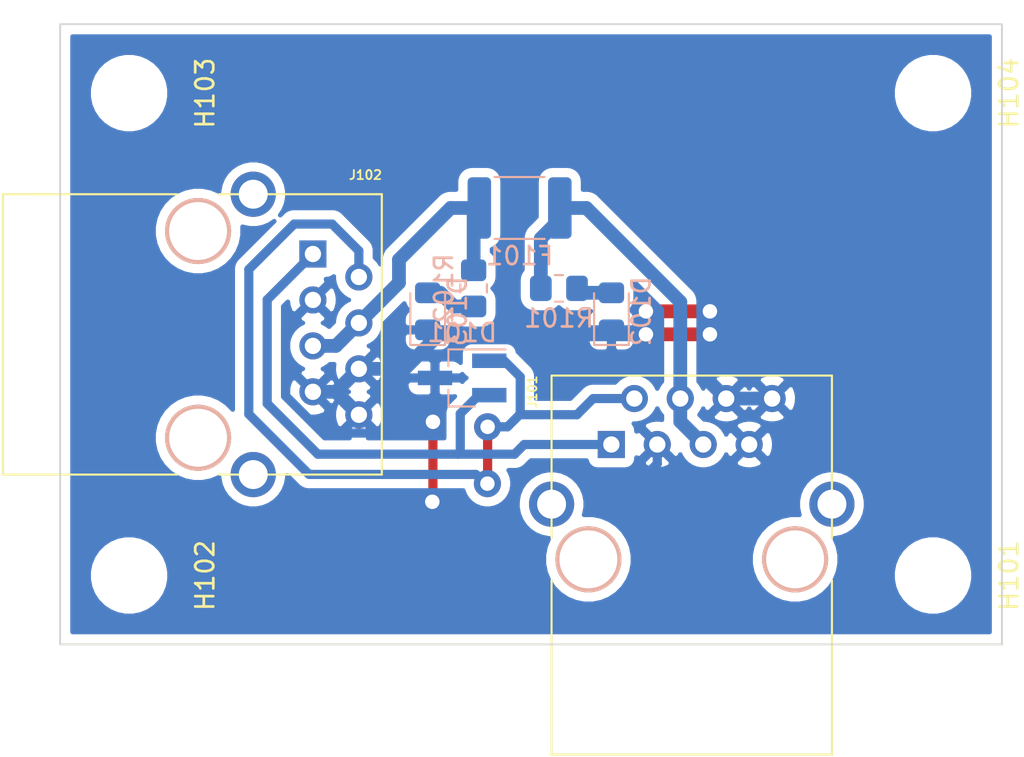
<source format=kicad_pcb>
(kicad_pcb (version 20171130) (host pcbnew 5.1.10)

  (general
    (thickness 1.6)
    (drawings 4)
    (tracks 97)
    (zones 0)
    (modules 12)
    (nets 8)
  )

  (page A4)
  (layers
    (0 F.Cu jumper)
    (31 B.Cu signal)
    (32 B.Adhes user)
    (33 F.Adhes user)
    (34 B.Paste user)
    (35 F.Paste user)
    (36 B.SilkS user)
    (37 F.SilkS user)
    (38 B.Mask user)
    (39 F.Mask user)
    (40 Dwgs.User user)
    (41 Cmts.User user)
    (42 Eco1.User user)
    (43 Eco2.User user)
    (44 Edge.Cuts user)
    (45 Margin user)
    (46 B.CrtYd user)
    (47 F.CrtYd user)
    (48 B.Fab user)
    (49 F.Fab user)
  )

  (setup
    (last_trace_width 0.508)
    (user_trace_width 0.762)
    (user_trace_width 1.016)
    (trace_clearance 0.508)
    (zone_clearance 0.508)
    (zone_45_only no)
    (trace_min 0.2)
    (via_size 1.5)
    (via_drill 0.8)
    (via_min_size 0.4)
    (via_min_drill 0.3)
    (uvia_size 0.3)
    (uvia_drill 0.1)
    (uvias_allowed no)
    (uvia_min_size 0.2)
    (uvia_min_drill 0.1)
    (edge_width 0.1)
    (segment_width 0.2)
    (pcb_text_width 0.3)
    (pcb_text_size 1.5 1.5)
    (mod_edge_width 0.15)
    (mod_text_size 1 1)
    (mod_text_width 0.15)
    (pad_size 10 16)
    (pad_drill 0)
    (pad_to_mask_clearance 0)
    (solder_mask_min_width 0.25)
    (aux_axis_origin 0 0)
    (grid_origin 107.95 36.195)
    (visible_elements 7FFFFFFF)
    (pcbplotparams
      (layerselection 0x00000_fffffffe)
      (usegerberextensions false)
      (usegerberattributes false)
      (usegerberadvancedattributes false)
      (creategerberjobfile false)
      (excludeedgelayer true)
      (linewidth 0.100000)
      (plotframeref false)
      (viasonmask false)
      (mode 1)
      (useauxorigin false)
      (hpglpennumber 1)
      (hpglpenspeed 20)
      (hpglpendiameter 15.000000)
      (psnegative false)
      (psa4output false)
      (plotreference true)
      (plotvalue true)
      (plotinvisibletext false)
      (padsonsilk false)
      (subtractmaskfromsilk true)
      (outputformat 1)
      (mirror false)
      (drillshape 0)
      (scaleselection 1)
      (outputdirectory "GERBERS"))
  )

  (net 0 "")
  (net 1 GND)
  (net 2 /CAN_L)
  (net 3 /CAN_H)
  (net 4 "Net-(D102-Pad2)")
  (net 5 "Net-(D103-Pad2)")
  (net 6 /CAN_18V)
  (net 7 /CAN_18V_U)

  (net_class Default "This is the default net class."
    (clearance 0.508)
    (trace_width 0.508)
    (via_dia 1.5)
    (via_drill 0.8)
    (uvia_dia 0.3)
    (uvia_drill 0.1)
    (diff_pair_width 0.508)
    (diff_pair_gap 0.508)
    (add_net /CAN_18V)
    (add_net /CAN_18V_U)
    (add_net /CAN_H)
    (add_net /CAN_L)
    (add_net GND)
    (add_net "Net-(D102-Pad2)")
    (add_net "Net-(D103-Pad2)")
  )

  (module KicadZeniteSolarLibrary18:RJ45_YH59_01 (layer F.Cu) (tedit 5BE61FF6) (tstamp 613A8F08)
    (at 190.5 114.935 270)
    (tags RJ45)
    (path /613BED95)
    (fp_text reference J102 (at -4.364296 -2.909696 180) (layer F.SilkS)
      (effects (font (size 0.5 0.5) (thickness 0.1)))
    )
    (fp_text value RJ45 (at -4.295 8.786 90) (layer F.Fab)
      (effects (font (size 0.5 0.5) (thickness 0.1)))
    )
    (fp_line (start 12.464 17.272) (end -3.556 17.272) (layer F.CrtYd) (width 0.05))
    (fp_line (start 12.465 17.272) (end 12.465 -4.064) (layer F.CrtYd) (width 0.05))
    (fp_line (start -3.555 -4.064) (end -3.556 17.272) (layer F.CrtYd) (width 0.05))
    (fp_line (start -3.555 -4.064) (end 12.465 -4.064) (layer F.CrtYd) (width 0.05))
    (fp_line (start -3.3 7.506) (end -3.302 17.145) (layer F.SilkS) (width 0.12))
    (fp_line (start 12.2 7.516) (end 12.2 17.145) (layer F.SilkS) (width 0.12))
    (fp_line (start -3.3 -3.814) (end -3.3 5.186) (layer F.SilkS) (width 0.12))
    (fp_line (start 12.2 -3.814) (end -3.3 -3.814) (layer F.SilkS) (width 0.12))
    (fp_line (start 12.2 -3.814) (end 12.2 5.176) (layer F.SilkS) (width 0.12))
    (fp_line (start -3.3 17.136) (end 12.2 17.136) (layer F.SilkS) (width 0.12))
    (pad "" np_thru_hole circle (at 10.165 6.346 270) (size 3.65 3.65) (drill 3.2) (layers *.Cu *.SilkS *.Mask))
    (pad "" np_thru_hole circle (at -1.265 6.346 270) (size 3.65 3.65) (drill 3.2) (layers *.Cu *.SilkS *.Mask))
    (pad 1 thru_hole rect (at 0.005 -0.004 270) (size 1.5 1.5) (drill 0.9) (layers *.Cu *.Mask)
      (net 3 /CAN_H))
    (pad 2 thru_hole circle (at 1.275 -2.544 270) (size 1.5 1.5) (drill 0.9) (layers *.Cu *.Mask)
      (net 2 /CAN_L))
    (pad 3 thru_hole circle (at 2.545 -0.004 270) (size 1.5 1.5) (drill 0.9) (layers *.Cu *.Mask)
      (net 1 GND))
    (pad 4 thru_hole circle (at 3.815 -2.544 270) (size 1.5 1.5) (drill 0.9) (layers *.Cu *.Mask)
      (net 7 /CAN_18V_U))
    (pad 5 thru_hole circle (at 5.085 -0.004 270) (size 1.5 1.5) (drill 0.9) (layers *.Cu *.Mask)
      (net 7 /CAN_18V_U))
    (pad 6 thru_hole circle (at 6.355 -2.544 270) (size 1.5 1.5) (drill 0.9) (layers *.Cu *.Mask)
      (net 1 GND))
    (pad 7 thru_hole circle (at 7.625 -0.004 270) (size 1.5 1.5) (drill 0.9) (layers *.Cu *.Mask)
      (net 1 GND))
    (pad 8 thru_hole circle (at 8.895 -2.544 270) (size 1.5 1.5) (drill 0.9) (layers *.Cu *.Mask)
      (net 1 GND))
    (pad 9 thru_hole circle (at -3.3 3.296 270) (size 2.5 2.5) (drill 1.6) (layers *.Cu *.Mask))
    (pad 9 thru_hole circle (at 12.2 3.296 270) (size 2.5 2.5) (drill 1.6) (layers *.Cu *.Mask))
    (model ${KIPRJMOD}/rj45.wrl
      (offset (xyz 4.444999933242798 -6.527799901962281 6.47699990272522))
      (scale (xyz 1 1 1))
      (rotate (xyz 0 0 0))
    )
  )

  (module Resistor_SMD:R_0805_2012Metric_Pad1.20x1.40mm_HandSolder (layer B.Cu) (tedit 5F68FEEE) (tstamp 613A8F2A)
    (at 199.39 116.84 270)
    (descr "Resistor SMD 0805 (2012 Metric), square (rectangular) end terminal, IPC_7351 nominal with elongated pad for handsoldering. (Body size source: IPC-SM-782 page 72, https://www.pcb-3d.com/wordpress/wp-content/uploads/ipc-sm-782a_amendment_1_and_2.pdf), generated with kicad-footprint-generator")
    (tags "resistor handsolder")
    (path /613DF2BA)
    (attr smd)
    (fp_text reference R102 (at 0 1.65 90) (layer B.SilkS)
      (effects (font (size 1 1) (thickness 0.15)) (justify mirror))
    )
    (fp_text value 3k3 (at 0 -1.65 90) (layer B.Fab)
      (effects (font (size 1 1) (thickness 0.15)) (justify mirror))
    )
    (fp_text user %R (at 0 0 90) (layer B.Fab)
      (effects (font (size 0.5 0.5) (thickness 0.08)) (justify mirror))
    )
    (fp_line (start -1 -0.625) (end -1 0.625) (layer B.Fab) (width 0.1))
    (fp_line (start -1 0.625) (end 1 0.625) (layer B.Fab) (width 0.1))
    (fp_line (start 1 0.625) (end 1 -0.625) (layer B.Fab) (width 0.1))
    (fp_line (start 1 -0.625) (end -1 -0.625) (layer B.Fab) (width 0.1))
    (fp_line (start -0.227064 0.735) (end 0.227064 0.735) (layer B.SilkS) (width 0.12))
    (fp_line (start -0.227064 -0.735) (end 0.227064 -0.735) (layer B.SilkS) (width 0.12))
    (fp_line (start -1.85 -0.95) (end -1.85 0.95) (layer B.CrtYd) (width 0.05))
    (fp_line (start -1.85 0.95) (end 1.85 0.95) (layer B.CrtYd) (width 0.05))
    (fp_line (start 1.85 0.95) (end 1.85 -0.95) (layer B.CrtYd) (width 0.05))
    (fp_line (start 1.85 -0.95) (end -1.85 -0.95) (layer B.CrtYd) (width 0.05))
    (pad 2 smd roundrect (at 1 0 270) (size 1.2 1.4) (layers B.Cu B.Paste B.Mask) (roundrect_rratio 0.208333)
      (net 5 "Net-(D103-Pad2)"))
    (pad 1 smd roundrect (at -1 0 270) (size 1.2 1.4) (layers B.Cu B.Paste B.Mask) (roundrect_rratio 0.208333)
      (net 7 /CAN_18V_U))
    (model ${KISYS3DMOD}/Resistor_SMD.3dshapes/R_0805_2012Metric.wrl
      (at (xyz 0 0 0))
      (scale (xyz 1 1 1))
      (rotate (xyz 0 0 0))
    )
  )

  (module Resistor_SMD:R_0805_2012Metric_Pad1.20x1.40mm_HandSolder (layer B.Cu) (tedit 5F68FEEE) (tstamp 613A8F19)
    (at 204.105 116.84)
    (descr "Resistor SMD 0805 (2012 Metric), square (rectangular) end terminal, IPC_7351 nominal with elongated pad for handsoldering. (Body size source: IPC-SM-782 page 72, https://www.pcb-3d.com/wordpress/wp-content/uploads/ipc-sm-782a_amendment_1_and_2.pdf), generated with kicad-footprint-generator")
    (tags "resistor handsolder")
    (path /613DC174)
    (attr smd)
    (fp_text reference R101 (at 0 1.65) (layer B.SilkS)
      (effects (font (size 1 1) (thickness 0.15)) (justify mirror))
    )
    (fp_text value 3k3 (at 0 -1.65) (layer B.Fab)
      (effects (font (size 1 1) (thickness 0.15)) (justify mirror))
    )
    (fp_text user %R (at 0 0) (layer B.Fab)
      (effects (font (size 0.5 0.5) (thickness 0.08)) (justify mirror))
    )
    (fp_line (start -1 -0.625) (end -1 0.625) (layer B.Fab) (width 0.1))
    (fp_line (start -1 0.625) (end 1 0.625) (layer B.Fab) (width 0.1))
    (fp_line (start 1 0.625) (end 1 -0.625) (layer B.Fab) (width 0.1))
    (fp_line (start 1 -0.625) (end -1 -0.625) (layer B.Fab) (width 0.1))
    (fp_line (start -0.227064 0.735) (end 0.227064 0.735) (layer B.SilkS) (width 0.12))
    (fp_line (start -0.227064 -0.735) (end 0.227064 -0.735) (layer B.SilkS) (width 0.12))
    (fp_line (start -1.85 -0.95) (end -1.85 0.95) (layer B.CrtYd) (width 0.05))
    (fp_line (start -1.85 0.95) (end 1.85 0.95) (layer B.CrtYd) (width 0.05))
    (fp_line (start 1.85 0.95) (end 1.85 -0.95) (layer B.CrtYd) (width 0.05))
    (fp_line (start 1.85 -0.95) (end -1.85 -0.95) (layer B.CrtYd) (width 0.05))
    (pad 2 smd roundrect (at 1 0) (size 1.2 1.4) (layers B.Cu B.Paste B.Mask) (roundrect_rratio 0.208333)
      (net 4 "Net-(D102-Pad2)"))
    (pad 1 smd roundrect (at -1 0) (size 1.2 1.4) (layers B.Cu B.Paste B.Mask) (roundrect_rratio 0.208333)
      (net 6 /CAN_18V))
    (model ${KISYS3DMOD}/Resistor_SMD.3dshapes/R_0805_2012Metric.wrl
      (at (xyz 0 0 0))
      (scale (xyz 1 1 1))
      (rotate (xyz 0 0 0))
    )
  )

  (module KicadZeniteSolarLibrary18:RJ45_YH59_01 (layer F.Cu) (tedit 5BE61FF6) (tstamp 613A8EEE)
    (at 207 125.476)
    (tags RJ45)
    (path /613BEDB6)
    (fp_text reference J101 (at -4.364296 -2.909696 -90) (layer F.SilkS)
      (effects (font (size 0.5 0.5) (thickness 0.1)))
    )
    (fp_text value RJ45 (at -4.295 8.786) (layer F.Fab)
      (effects (font (size 0.5 0.5) (thickness 0.1)))
    )
    (fp_line (start 12.464 17.272) (end -3.556 17.272) (layer F.CrtYd) (width 0.05))
    (fp_line (start 12.465 17.272) (end 12.465 -4.064) (layer F.CrtYd) (width 0.05))
    (fp_line (start -3.555 -4.064) (end -3.556 17.272) (layer F.CrtYd) (width 0.05))
    (fp_line (start -3.555 -4.064) (end 12.465 -4.064) (layer F.CrtYd) (width 0.05))
    (fp_line (start -3.3 7.506) (end -3.302 17.145) (layer F.SilkS) (width 0.12))
    (fp_line (start 12.2 7.516) (end 12.2 17.145) (layer F.SilkS) (width 0.12))
    (fp_line (start -3.3 -3.814) (end -3.3 5.186) (layer F.SilkS) (width 0.12))
    (fp_line (start 12.2 -3.814) (end -3.3 -3.814) (layer F.SilkS) (width 0.12))
    (fp_line (start 12.2 -3.814) (end 12.2 5.176) (layer F.SilkS) (width 0.12))
    (fp_line (start -3.3 17.136) (end 12.2 17.136) (layer F.SilkS) (width 0.12))
    (pad "" np_thru_hole circle (at 10.165 6.346) (size 3.65 3.65) (drill 3.2) (layers *.Cu *.SilkS *.Mask))
    (pad "" np_thru_hole circle (at -1.265 6.346) (size 3.65 3.65) (drill 3.2) (layers *.Cu *.SilkS *.Mask))
    (pad 1 thru_hole rect (at 0.005 -0.004) (size 1.5 1.5) (drill 0.9) (layers *.Cu *.Mask)
      (net 3 /CAN_H))
    (pad 2 thru_hole circle (at 1.275 -2.544) (size 1.5 1.5) (drill 0.9) (layers *.Cu *.Mask)
      (net 2 /CAN_L))
    (pad 3 thru_hole circle (at 2.545 -0.004) (size 1.5 1.5) (drill 0.9) (layers *.Cu *.Mask)
      (net 1 GND))
    (pad 4 thru_hole circle (at 3.815 -2.544) (size 1.5 1.5) (drill 0.9) (layers *.Cu *.Mask)
      (net 6 /CAN_18V))
    (pad 5 thru_hole circle (at 5.085 -0.004) (size 1.5 1.5) (drill 0.9) (layers *.Cu *.Mask)
      (net 6 /CAN_18V))
    (pad 6 thru_hole circle (at 6.355 -2.544) (size 1.5 1.5) (drill 0.9) (layers *.Cu *.Mask)
      (net 1 GND))
    (pad 7 thru_hole circle (at 7.625 -0.004) (size 1.5 1.5) (drill 0.9) (layers *.Cu *.Mask)
      (net 1 GND))
    (pad 8 thru_hole circle (at 8.895 -2.544) (size 1.5 1.5) (drill 0.9) (layers *.Cu *.Mask)
      (net 1 GND))
    (pad 9 thru_hole circle (at -3.3 3.296) (size 2.5 2.5) (drill 1.6) (layers *.Cu *.Mask))
    (pad 9 thru_hole circle (at 12.2 3.296) (size 2.5 2.5) (drill 1.6) (layers *.Cu *.Mask))
    (model ${KIPRJMOD}/rj45.wrl
      (offset (xyz 4.444999933242798 -6.527799901962281 6.47699990272522))
      (scale (xyz 1 1 1))
      (rotate (xyz 0 0 0))
    )
  )

  (module Fuse:Fuse_1812_4532Metric_Pad1.30x3.40mm_HandSolder (layer B.Cu) (tedit 5F68FEF1) (tstamp 613A8E9C)
    (at 201.93 112.395)
    (descr "Fuse SMD 1812 (4532 Metric), square (rectangular) end terminal, IPC_7351 nominal with elongated pad for handsoldering. (Body size source: https://www.nikhef.nl/pub/departments/mt/projects/detectorR_D/dtddice/ERJ2G.pdf), generated with kicad-footprint-generator")
    (tags "fuse handsolder")
    (path /613D6937)
    (attr smd)
    (fp_text reference F101 (at 0 2.65) (layer B.SilkS)
      (effects (font (size 1 1) (thickness 0.15)) (justify mirror))
    )
    (fp_text value "Fuse 1A" (at 0 -2.65) (layer B.Fab)
      (effects (font (size 1 1) (thickness 0.15)) (justify mirror))
    )
    (fp_text user %R (at 2.032 -2.54) (layer B.Fab)
      (effects (font (size 1 1) (thickness 0.15)) (justify mirror))
    )
    (fp_line (start -2.25 -1.6) (end -2.25 1.6) (layer B.Fab) (width 0.1))
    (fp_line (start -2.25 1.6) (end 2.25 1.6) (layer B.Fab) (width 0.1))
    (fp_line (start 2.25 1.6) (end 2.25 -1.6) (layer B.Fab) (width 0.1))
    (fp_line (start 2.25 -1.6) (end -2.25 -1.6) (layer B.Fab) (width 0.1))
    (fp_line (start -1.386252 1.71) (end 1.386252 1.71) (layer B.SilkS) (width 0.12))
    (fp_line (start -1.386252 -1.71) (end 1.386252 -1.71) (layer B.SilkS) (width 0.12))
    (fp_line (start -3.12 -1.95) (end -3.12 1.95) (layer B.CrtYd) (width 0.05))
    (fp_line (start -3.12 1.95) (end 3.12 1.95) (layer B.CrtYd) (width 0.05))
    (fp_line (start 3.12 1.95) (end 3.12 -1.95) (layer B.CrtYd) (width 0.05))
    (fp_line (start 3.12 -1.95) (end -3.12 -1.95) (layer B.CrtYd) (width 0.05))
    (pad 2 smd roundrect (at 2.225 0) (size 1.3 3.4) (layers B.Cu B.Paste B.Mask) (roundrect_rratio 0.192308)
      (net 6 /CAN_18V))
    (pad 1 smd roundrect (at -2.225 0) (size 1.3 3.4) (layers B.Cu B.Paste B.Mask) (roundrect_rratio 0.192308)
      (net 7 /CAN_18V_U))
    (model ${KISYS3DMOD}/Fuse.3dshapes/Fuse_1812_4532Metric.wrl
      (at (xyz 0 0 0))
      (scale (xyz 1 1 1))
      (rotate (xyz 0 0 0))
    )
  )

  (module LED_SMD:LED_0805_2012Metric_Pad1.15x1.40mm_HandSolder (layer B.Cu) (tedit 5F68FEF1) (tstamp 613A8E8B)
    (at 196.85 118.11 90)
    (descr "LED SMD 0805 (2012 Metric), square (rectangular) end terminal, IPC_7351 nominal, (Body size source: https://docs.google.com/spreadsheets/d/1BsfQQcO9C6DZCsRaXUlFlo91Tg2WpOkGARC1WS5S8t0/edit?usp=sharing), generated with kicad-footprint-generator")
    (tags "LED handsolder")
    (path /613DF8C6)
    (attr smd)
    (fp_text reference D103 (at 0 1.65 90) (layer B.SilkS)
      (effects (font (size 1 1) (thickness 0.15)) (justify mirror))
    )
    (fp_text value Vermelho (at 0 -1.65 90) (layer B.Fab)
      (effects (font (size 1 1) (thickness 0.15)) (justify mirror))
    )
    (fp_text user %R (at 0 0 90) (layer B.Fab)
      (effects (font (size 0.5 0.5) (thickness 0.08)) (justify mirror))
    )
    (fp_line (start 1 0.6) (end -0.7 0.6) (layer B.Fab) (width 0.1))
    (fp_line (start -0.7 0.6) (end -1 0.3) (layer B.Fab) (width 0.1))
    (fp_line (start -1 0.3) (end -1 -0.6) (layer B.Fab) (width 0.1))
    (fp_line (start -1 -0.6) (end 1 -0.6) (layer B.Fab) (width 0.1))
    (fp_line (start 1 -0.6) (end 1 0.6) (layer B.Fab) (width 0.1))
    (fp_line (start 1 0.96) (end -1.86 0.96) (layer B.SilkS) (width 0.12))
    (fp_line (start -1.86 0.96) (end -1.86 -0.96) (layer B.SilkS) (width 0.12))
    (fp_line (start -1.86 -0.96) (end 1 -0.96) (layer B.SilkS) (width 0.12))
    (fp_line (start -1.85 -0.95) (end -1.85 0.95) (layer B.CrtYd) (width 0.05))
    (fp_line (start -1.85 0.95) (end 1.85 0.95) (layer B.CrtYd) (width 0.05))
    (fp_line (start 1.85 0.95) (end 1.85 -0.95) (layer B.CrtYd) (width 0.05))
    (fp_line (start 1.85 -0.95) (end -1.85 -0.95) (layer B.CrtYd) (width 0.05))
    (pad 2 smd roundrect (at 1.025 0 90) (size 1.15 1.4) (layers B.Cu B.Paste B.Mask) (roundrect_rratio 0.217391)
      (net 5 "Net-(D103-Pad2)"))
    (pad 1 smd roundrect (at -1.025 0 90) (size 1.15 1.4) (layers B.Cu B.Paste B.Mask) (roundrect_rratio 0.217391)
      (net 1 GND))
    (model ${KISYS3DMOD}/LED_SMD.3dshapes/LED_0805_2012Metric.wrl
      (at (xyz 0 0 0))
      (scale (xyz 1 1 1))
      (rotate (xyz 0 0 0))
    )
  )

  (module LED_SMD:LED_0805_2012Metric_Pad1.15x1.40mm_HandSolder (layer B.Cu) (tedit 5F68FEF1) (tstamp 613A8E78)
    (at 207.01 118.11 90)
    (descr "LED SMD 0805 (2012 Metric), square (rectangular) end terminal, IPC_7351 nominal, (Body size source: https://docs.google.com/spreadsheets/d/1BsfQQcO9C6DZCsRaXUlFlo91Tg2WpOkGARC1WS5S8t0/edit?usp=sharing), generated with kicad-footprint-generator")
    (tags "LED handsolder")
    (path /613DE74E)
    (attr smd)
    (fp_text reference D102 (at 0 1.65 90) (layer B.SilkS)
      (effects (font (size 1 1) (thickness 0.15)) (justify mirror))
    )
    (fp_text value Verde (at 0 -1.65 90) (layer B.Fab)
      (effects (font (size 1 1) (thickness 0.15)) (justify mirror))
    )
    (fp_text user %R (at 0 0 90) (layer B.Fab)
      (effects (font (size 0.5 0.5) (thickness 0.08)) (justify mirror))
    )
    (fp_line (start 1 0.6) (end -0.7 0.6) (layer B.Fab) (width 0.1))
    (fp_line (start -0.7 0.6) (end -1 0.3) (layer B.Fab) (width 0.1))
    (fp_line (start -1 0.3) (end -1 -0.6) (layer B.Fab) (width 0.1))
    (fp_line (start -1 -0.6) (end 1 -0.6) (layer B.Fab) (width 0.1))
    (fp_line (start 1 -0.6) (end 1 0.6) (layer B.Fab) (width 0.1))
    (fp_line (start 1 0.96) (end -1.86 0.96) (layer B.SilkS) (width 0.12))
    (fp_line (start -1.86 0.96) (end -1.86 -0.96) (layer B.SilkS) (width 0.12))
    (fp_line (start -1.86 -0.96) (end 1 -0.96) (layer B.SilkS) (width 0.12))
    (fp_line (start -1.85 -0.95) (end -1.85 0.95) (layer B.CrtYd) (width 0.05))
    (fp_line (start -1.85 0.95) (end 1.85 0.95) (layer B.CrtYd) (width 0.05))
    (fp_line (start 1.85 0.95) (end 1.85 -0.95) (layer B.CrtYd) (width 0.05))
    (fp_line (start 1.85 -0.95) (end -1.85 -0.95) (layer B.CrtYd) (width 0.05))
    (pad 2 smd roundrect (at 1.025 0 90) (size 1.15 1.4) (layers B.Cu B.Paste B.Mask) (roundrect_rratio 0.217391)
      (net 4 "Net-(D102-Pad2)"))
    (pad 1 smd roundrect (at -1.025 0 90) (size 1.15 1.4) (layers B.Cu B.Paste B.Mask) (roundrect_rratio 0.217391)
      (net 1 GND))
    (model ${KISYS3DMOD}/LED_SMD.3dshapes/LED_0805_2012Metric.wrl
      (at (xyz 0 0 0))
      (scale (xyz 1 1 1))
      (rotate (xyz 0 0 0))
    )
  )

  (module Package_TO_SOT_SMD:SOT-23_Handsoldering (layer B.Cu) (tedit 5A0AB76C) (tstamp 613A8E65)
    (at 198.755 121.793 180)
    (descr "SOT-23, Handsoldering")
    (tags SOT-23)
    (path /613BEDE8)
    (attr smd)
    (fp_text reference D101 (at 0 2.5) (layer B.SilkS)
      (effects (font (size 1 1) (thickness 0.15)) (justify mirror))
    )
    (fp_text value pesd1can (at 0 -2.5) (layer B.Fab)
      (effects (font (size 1 1) (thickness 0.15)) (justify mirror))
    )
    (fp_text user %R (at 0 0.635 270) (layer B.Fab)
      (effects (font (size 0.5 0.5) (thickness 0.075)) (justify mirror))
    )
    (fp_line (start 0.76 -1.58) (end 0.76 -0.65) (layer B.SilkS) (width 0.12))
    (fp_line (start 0.76 1.58) (end 0.76 0.65) (layer B.SilkS) (width 0.12))
    (fp_line (start -2.7 1.75) (end 2.7 1.75) (layer B.CrtYd) (width 0.05))
    (fp_line (start 2.7 1.75) (end 2.7 -1.75) (layer B.CrtYd) (width 0.05))
    (fp_line (start 2.7 -1.75) (end -2.7 -1.75) (layer B.CrtYd) (width 0.05))
    (fp_line (start -2.7 -1.75) (end -2.7 1.75) (layer B.CrtYd) (width 0.05))
    (fp_line (start 0.76 1.58) (end -2.4 1.58) (layer B.SilkS) (width 0.12))
    (fp_line (start -0.7 0.95) (end -0.7 -1.5) (layer B.Fab) (width 0.1))
    (fp_line (start -0.15 1.52) (end 0.7 1.52) (layer B.Fab) (width 0.1))
    (fp_line (start -0.7 0.95) (end -0.15 1.52) (layer B.Fab) (width 0.1))
    (fp_line (start 0.7 1.52) (end 0.7 -1.52) (layer B.Fab) (width 0.1))
    (fp_line (start -0.7 -1.52) (end 0.7 -1.52) (layer B.Fab) (width 0.1))
    (fp_line (start 0.76 -1.58) (end -0.7 -1.58) (layer B.SilkS) (width 0.12))
    (pad 3 smd rect (at 1.5 0 180) (size 1.9 0.8) (layers B.Cu B.Paste B.Mask)
      (net 1 GND))
    (pad 2 smd rect (at -1.5 -0.95 180) (size 1.9 0.8) (layers B.Cu B.Paste B.Mask)
      (net 3 /CAN_H))
    (pad 1 smd rect (at -1.5 0.95 180) (size 1.9 0.8) (layers B.Cu B.Paste B.Mask)
      (net 2 /CAN_L))
    (model ${KISYS3DMOD}/Package_TO_SOT_SMD.3dshapes/SOT-23.wrl
      (at (xyz 0 0 0))
      (scale (xyz 1 1 1))
      (rotate (xyz 0 0 0))
    )
  )

  (module MountingHole:MountingHole_3.2mm_M3 (layer F.Cu) (tedit 56D1B4CB) (tstamp 5C0CC9FE)
    (at 224.79 106.045 270)
    (descr "Mounting Hole 3.2mm, no annular, M3")
    (tags "mounting hole 3.2mm no annular m3")
    (path /5BE9AF15)
    (attr virtual)
    (fp_text reference H104 (at 0 -4.2 270) (layer F.SilkS)
      (effects (font (size 1 1) (thickness 0.15)))
    )
    (fp_text value MountingHole (at 0 4.2 270) (layer F.Fab)
      (effects (font (size 1 1) (thickness 0.15)))
    )
    (fp_circle (center 0 0) (end 3.45 0) (layer F.CrtYd) (width 0.05))
    (fp_circle (center 0 0) (end 3.2 0) (layer Cmts.User) (width 0.15))
    (fp_text user %R (at 0.3 0 270) (layer F.Fab)
      (effects (font (size 1 1) (thickness 0.15)))
    )
    (pad 1 np_thru_hole circle (at 0 0 270) (size 3.2 3.2) (drill 3.2) (layers *.Cu *.Mask))
  )

  (module MountingHole:MountingHole_3.2mm_M3 (layer F.Cu) (tedit 56D1B4CB) (tstamp 5BFD84C6)
    (at 180.34 132.715 270)
    (descr "Mounting Hole 3.2mm, no annular, M3")
    (tags "mounting hole 3.2mm no annular m3")
    (path /5BE9BC79)
    (attr virtual)
    (fp_text reference H102 (at 0 -4.2 270) (layer F.SilkS)
      (effects (font (size 1 1) (thickness 0.15)))
    )
    (fp_text value MountingHole (at 0 4.2 270) (layer F.Fab)
      (effects (font (size 1 1) (thickness 0.15)))
    )
    (fp_circle (center 0 0) (end 3.45 0) (layer F.CrtYd) (width 0.05))
    (fp_circle (center 0 0) (end 3.2 0) (layer Cmts.User) (width 0.15))
    (fp_text user %R (at 0.3 0 270) (layer F.Fab)
      (effects (font (size 1 1) (thickness 0.15)))
    )
    (pad 1 np_thru_hole circle (at 0 0 270) (size 3.2 3.2) (drill 3.2) (layers *.Cu *.Mask))
  )

  (module MountingHole:MountingHole_3.2mm_M3 (layer F.Cu) (tedit 56D1B4CB) (tstamp 5C0CCA9D)
    (at 224.79 132.715 270)
    (descr "Mounting Hole 3.2mm, no annular, M3")
    (tags "mounting hole 3.2mm no annular m3")
    (path /5BE9BC9F)
    (attr virtual)
    (fp_text reference H101 (at 0 -4.2 270) (layer F.SilkS)
      (effects (font (size 1 1) (thickness 0.15)))
    )
    (fp_text value MountingHole (at 0 4.2 270) (layer F.Fab)
      (effects (font (size 1 1) (thickness 0.15)))
    )
    (fp_circle (center 0 0) (end 3.45 0) (layer F.CrtYd) (width 0.05))
    (fp_circle (center 0 0) (end 3.2 0) (layer Cmts.User) (width 0.15))
    (fp_text user %R (at 0.3 0 270) (layer F.Fab)
      (effects (font (size 1 1) (thickness 0.15)))
    )
    (pad 1 np_thru_hole circle (at 0 0 270) (size 3.2 3.2) (drill 3.2) (layers *.Cu *.Mask))
  )

  (module MountingHole:MountingHole_3.2mm_M3 (layer F.Cu) (tedit 56D1B4CB) (tstamp 5BFD84B6)
    (at 180.34 106.045 270)
    (descr "Mounting Hole 3.2mm, no annular, M3")
    (tags "mounting hole 3.2mm no annular m3")
    (path /5BE9BC53)
    (attr virtual)
    (fp_text reference H103 (at 0 -4.2 270) (layer F.SilkS)
      (effects (font (size 1 1) (thickness 0.15)))
    )
    (fp_text value MountingHole (at 0 4.2 270) (layer F.Fab)
      (effects (font (size 1 1) (thickness 0.15)))
    )
    (fp_circle (center 0 0) (end 3.45 0) (layer F.CrtYd) (width 0.05))
    (fp_circle (center 0 0) (end 3.2 0) (layer Cmts.User) (width 0.15))
    (fp_text user %R (at 0.3 0 270) (layer F.Fab)
      (effects (font (size 1 1) (thickness 0.15)))
    )
    (pad 1 np_thru_hole circle (at 0 0 270) (size 3.2 3.2) (drill 3.2) (layers *.Cu *.Mask))
  )

  (gr_line (start 176.53 102.235) (end 176.53 136.525) (layer Edge.Cuts) (width 0.1) (tstamp 613ABC1A))
  (gr_line (start 228.6 102.235) (end 176.53 102.235) (layer Edge.Cuts) (width 0.1))
  (gr_line (start 228.6 136.525) (end 228.6 102.235) (layer Edge.Cuts) (width 0.1))
  (gr_line (start 176.53 136.525) (end 228.6 136.525) (layer Edge.Cuts) (width 0.1))

  (segment (start 209.545 125.472) (end 209.292 125.472) (width 0.508) (layer B.Cu) (net 1))
  (segment (start 191.774 122.56) (end 193.044 123.83) (width 0.762) (layer B.Cu) (net 1))
  (segment (start 190.504 122.56) (end 191.774 122.56) (width 0.762) (layer B.Cu) (net 1))
  (segment (start 191.774 122.56) (end 193.044 121.29) (width 0.762) (layer B.Cu) (net 1))
  (via (at 208.915 119.38) (size 1.5) (drill 0.8) (layers F.Cu B.Cu) (net 1))
  (via (at 212.454 119.38) (size 1.5) (drill 0.8) (layers F.Cu B.Cu) (net 1))
  (segment (start 208.915 119.38) (end 212.454 119.38) (width 0.762) (layer F.Cu) (net 1))
  (via (at 208.915 118.11) (size 1.5) (drill 0.8) (layers F.Cu B.Cu) (net 1))
  (segment (start 208.915 118.11) (end 212.725 118.11) (width 0.762) (layer F.Cu) (net 1))
  (via (at 212.454 118.11) (size 1.5) (drill 0.8) (layers F.Cu B.Cu) (net 1))
  (segment (start 212.725 118.11) (end 212.454 118.11) (width 0.762) (layer F.Cu) (net 1))
  (segment (start 208.915 119.38) (end 208.915 118.11) (width 0.762) (layer B.Cu) (net 1))
  (segment (start 212.454 119.38) (end 212.454 118.11) (width 0.762) (layer B.Cu) (net 1))
  (segment (start 212.454 122.031) (end 213.355 122.932) (width 0.762) (layer B.Cu) (net 1))
  (segment (start 212.454 119.38) (end 212.454 122.031) (width 0.762) (layer B.Cu) (net 1))
  (segment (start 215.895 122.932) (end 215.895 122.56) (width 0.762) (layer B.Cu) (net 1))
  (segment (start 215.523 122.932) (end 213.355 122.932) (width 0.762) (layer B.Cu) (net 1))
  (segment (start 215.895 122.56) (end 215.523 122.932) (width 0.762) (layer B.Cu) (net 1))
  (segment (start 197.485 119.38) (end 208.915 119.38) (width 0.762) (layer B.Cu) (net 1))
  (segment (start 195.575 121.29) (end 197.485 119.38) (width 0.762) (layer B.Cu) (net 1))
  (segment (start 193.044 121.29) (end 195.575 121.29) (width 0.762) (layer B.Cu) (net 1))
  (segment (start 197.255 121.92) (end 197.255 124.102511) (width 0.508) (layer B.Cu) (net 1))
  (via (at 197.139521 124.21799) (size 1.5) (drill 0.8) (layers F.Cu B.Cu) (net 1))
  (segment (start 197.255 124.102511) (end 197.139521 124.21799) (width 0.508) (layer B.Cu) (net 1))
  (segment (start 197.139521 128.603499) (end 197.104 128.63902) (width 0.508) (layer F.Cu) (net 1))
  (segment (start 197.139521 124.21799) (end 197.139521 128.603499) (width 0.508) (layer F.Cu) (net 1))
  (via (at 197.104 128.63902) (size 1.5) (drill 0.8) (layers F.Cu B.Cu) (net 1))
  (segment (start 196.516511 124.841) (end 197.139521 124.21799) (width 0.508) (layer B.Cu) (net 1))
  (segment (start 191.047856 124.841) (end 196.516511 124.841) (width 0.508) (layer B.Cu) (net 1))
  (segment (start 188.991999 122.785143) (end 191.047856 124.841) (width 0.508) (layer B.Cu) (net 1))
  (segment (start 188.991999 118.992001) (end 188.991999 122.785143) (width 0.508) (layer B.Cu) (net 1))
  (segment (start 190.504 117.48) (end 188.991999 118.992001) (width 0.508) (layer B.Cu) (net 1))
  (segment (start 197.853999 129.389019) (end 197.104 128.63902) (width 0.508) (layer B.Cu) (net 1))
  (segment (start 200.914 129.389019) (end 197.853999 129.389019) (width 0.508) (layer B.Cu) (net 1))
  (segment (start 201.687999 128.61502) (end 200.914 129.389019) (width 0.508) (layer B.Cu) (net 1))
  (segment (start 201.687999 127.806239) (end 201.687999 128.61502) (width 0.508) (layer B.Cu) (net 1))
  (segment (start 202.734239 126.759999) (end 201.687999 127.806239) (width 0.508) (layer B.Cu) (net 1))
  (segment (start 204.825698 126.759999) (end 202.734239 126.759999) (width 0.508) (layer B.Cu) (net 1))
  (segment (start 205.700699 127.635) (end 204.825698 126.759999) (width 0.508) (layer B.Cu) (net 1))
  (segment (start 208.44266 127.635) (end 205.700699 127.635) (width 0.508) (layer B.Cu) (net 1))
  (segment (start 209.545 126.53266) (end 208.44266 127.635) (width 0.508) (layer B.Cu) (net 1))
  (segment (start 209.545 125.472) (end 209.545 126.53266) (width 0.508) (layer B.Cu) (net 1))
  (segment (start 208.275 122.932) (end 205.998 122.932) (width 0.508) (layer B.Cu) (net 2))
  (segment (start 205.998 122.932) (end 205.105 123.825) (width 0.508) (layer B.Cu) (net 2))
  (segment (start 205.105 123.825) (end 201.93 123.825) (width 0.508) (layer B.Cu) (net 2))
  (via (at 200.152 127.635) (size 1.5) (drill 0.8) (layers F.Cu B.Cu) (net 2) (tstamp 613ABB11))
  (segment (start 193.044 116.21) (end 193.044 114.763146) (width 0.508) (layer B.Cu) (net 2))
  (segment (start 199.51702 127.12702) (end 199.908347 127.518347) (width 0.508) (layer B.Cu) (net 2))
  (segment (start 186.959979 123.793688) (end 190.29331 127.12702) (width 0.508) (layer B.Cu) (net 2))
  (segment (start 189.465155 113.283991) (end 186.959979 115.789167) (width 0.508) (layer B.Cu) (net 2))
  (segment (start 186.959979 115.789167) (end 186.959979 123.793688) (width 0.508) (layer B.Cu) (net 2))
  (segment (start 191.564845 113.283991) (end 189.465155 113.283991) (width 0.508) (layer B.Cu) (net 2))
  (segment (start 193.044 114.763146) (end 191.564845 113.283991) (width 0.508) (layer B.Cu) (net 2))
  (segment (start 190.29331 127.12702) (end 199.51702 127.12702) (width 0.508) (layer B.Cu) (net 2))
  (segment (start 199.908347 127.518347) (end 200.163534 127.26316) (width 0.508) (layer F.Cu) (net 2))
  (segment (start 201.260666 124.494334) (end 200.163534 124.494334) (width 0.508) (layer B.Cu) (net 2))
  (segment (start 200.163534 127.26316) (end 200.163534 124.494334) (width 0.508) (layer F.Cu) (net 2))
  (segment (start 201.93 123.825) (end 201.260666 124.494334) (width 0.508) (layer B.Cu) (net 2))
  (via (at 200.163534 124.494334) (size 1.5) (drill 0.8) (layers F.Cu B.Cu) (net 2))
  (segment (start 201.93 123.789602) (end 201.93 123.825) (width 0.508) (layer B.Cu) (net 2))
  (segment (start 201.967001 123.752601) (end 201.93 123.789602) (width 0.508) (layer B.Cu) (net 2))
  (segment (start 201.967001 121.733399) (end 201.967001 123.752601) (width 0.508) (layer B.Cu) (net 2))
  (segment (start 200.255 120.97) (end 201.076602 120.97) (width 0.508) (layer B.Cu) (net 2))
  (segment (start 201.076602 120.843) (end 201.967001 121.733399) (width 0.508) (layer B.Cu) (net 2))
  (segment (start 200.255 120.843) (end 201.076602 120.843) (width 0.508) (layer B.Cu) (net 2))
  (segment (start 207.005 125.472) (end 206.762999 125.229999) (width 0.508) (layer B.Cu) (net 3))
  (segment (start 202.188 125.472) (end 207.005 125.472) (width 0.508) (layer B.Cu) (net 3))
  (segment (start 201.653655 126.006345) (end 202.188 125.472) (width 0.508) (layer B.Cu) (net 3))
  (segment (start 198.651531 123.768574) (end 198.651531 125.878159) (width 0.508) (layer B.Cu) (net 3))
  (segment (start 200.255 122.87) (end 199.550105 122.87) (width 0.508) (layer B.Cu) (net 3))
  (segment (start 198.523345 126.006345) (end 201.653655 126.006345) (width 0.508) (layer B.Cu) (net 3))
  (segment (start 198.651531 125.878159) (end 198.523345 126.006345) (width 0.508) (layer B.Cu) (net 3))
  (segment (start 199.550105 122.87) (end 198.651531 123.768574) (width 0.508) (layer B.Cu) (net 3))
  (segment (start 190.504 114.94) (end 187.97599 117.46801) (width 0.508) (layer B.Cu) (net 3))
  (segment (start 187.97599 123.20599) (end 190.776345 126.006345) (width 0.508) (layer B.Cu) (net 3))
  (segment (start 187.97599 117.46801) (end 187.97599 123.20599) (width 0.508) (layer B.Cu) (net 3))
  (segment (start 190.776345 126.006345) (end 198.523345 126.006345) (width 0.508) (layer B.Cu) (net 3))
  (segment (start 205.35 117.085) (end 205.105 116.84) (width 0.762) (layer B.Cu) (net 4))
  (segment (start 207.01 117.085) (end 205.35 117.085) (width 0.762) (layer B.Cu) (net 4))
  (segment (start 198.305 117.84) (end 199.39 117.84) (width 0.762) (layer B.Cu) (net 5))
  (segment (start 197.55 117.085) (end 198.305 117.84) (width 0.762) (layer B.Cu) (net 5))
  (segment (start 196.85 117.085) (end 197.55 117.085) (width 0.762) (layer B.Cu) (net 5))
  (segment (start 210.815 124.202) (end 212.085 125.472) (width 0.762) (layer B.Cu) (net 6))
  (segment (start 210.815 122.932) (end 210.815 124.202) (width 0.762) (layer B.Cu) (net 6))
  (segment (start 203.105 114.08) (end 203.105 116.84) (width 0.762) (layer B.Cu) (net 6))
  (segment (start 204.155 113.03) (end 203.105 114.08) (width 0.762) (layer B.Cu) (net 6))
  (segment (start 210.815 117.584278) (end 210.815 122.932) (width 0.762) (layer B.Cu) (net 6))
  (segment (start 205.625722 112.395) (end 210.815 117.584278) (width 0.762) (layer B.Cu) (net 6))
  (segment (start 204.155 112.395) (end 205.625722 112.395) (width 0.762) (layer B.Cu) (net 6))
  (segment (start 191.774 120.02) (end 193.044 118.75) (width 0.762) (layer B.Cu) (net 7))
  (segment (start 190.504 120.02) (end 191.774 120.02) (width 0.762) (layer B.Cu) (net 7))
  (segment (start 199.39 112.71) (end 199.705 112.395) (width 0.762) (layer B.Cu) (net 7))
  (segment (start 199.39 115.84) (end 199.39 112.71) (width 0.762) (layer B.Cu) (net 7))
  (segment (start 198.12 112.395) (end 199.705 112.395) (width 0.762) (layer B.Cu) (net 7))
  (segment (start 195.26099 115.25401) (end 198.12 112.395) (width 0.762) (layer B.Cu) (net 7))
  (segment (start 195.26099 116.53301) (end 195.26099 115.25401) (width 0.762) (layer B.Cu) (net 7))
  (segment (start 193.044 118.75) (end 195.26099 116.53301) (width 0.762) (layer B.Cu) (net 7))

  (zone (net 1) (net_name GND) (layer B.Cu) (tstamp 0) (hatch edge 0.508)
    (connect_pads (clearance 0.508))
    (min_thickness 0.254)
    (fill yes (arc_segments 32) (thermal_gap 0.508) (thermal_bridge_width 0.508))
    (polygon
      (pts
        (xy 228.6 136.525) (xy 176.53 136.525) (xy 176.53 102.235) (xy 228.6 102.235)
      )
    )
    (filled_polygon
      (pts
        (xy 227.915 135.84) (xy 177.215 135.84) (xy 177.215 132.494872) (xy 178.105 132.494872) (xy 178.105 132.935128)
        (xy 178.19089 133.366925) (xy 178.359369 133.773669) (xy 178.603962 134.139729) (xy 178.915271 134.451038) (xy 179.281331 134.695631)
        (xy 179.688075 134.86411) (xy 180.119872 134.95) (xy 180.560128 134.95) (xy 180.991925 134.86411) (xy 181.398669 134.695631)
        (xy 181.764729 134.451038) (xy 182.076038 134.139729) (xy 182.320631 133.773669) (xy 182.48911 133.366925) (xy 182.575 132.935128)
        (xy 182.575 132.494872) (xy 182.48911 132.063075) (xy 182.320631 131.656331) (xy 182.076038 131.290271) (xy 181.764729 130.978962)
        (xy 181.398669 130.734369) (xy 180.991925 130.56589) (xy 180.560128 130.48) (xy 180.119872 130.48) (xy 179.688075 130.56589)
        (xy 179.281331 130.734369) (xy 178.915271 130.978962) (xy 178.603962 131.290271) (xy 178.359369 131.656331) (xy 178.19089 132.063075)
        (xy 178.105 132.494872) (xy 177.215 132.494872) (xy 177.215 113.427711) (xy 181.694 113.427711) (xy 181.694 113.912289)
        (xy 181.788536 114.387556) (xy 181.973976 114.835247) (xy 182.243193 115.238159) (xy 182.585841 115.580807) (xy 182.988753 115.850024)
        (xy 183.436444 116.035464) (xy 183.911711 116.13) (xy 184.396289 116.13) (xy 184.871556 116.035464) (xy 185.319247 115.850024)
        (xy 185.722159 115.580807) (xy 186.064807 115.238159) (xy 186.334024 114.835247) (xy 186.519464 114.387556) (xy 186.614 113.912289)
        (xy 186.614 113.430924) (xy 186.654166 113.447561) (xy 187.018344 113.52) (xy 187.389656 113.52) (xy 187.753834 113.447561)
        (xy 188.096882 113.305466) (xy 188.366793 113.125117) (xy 186.362243 115.129668) (xy 186.32832 115.157508) (xy 186.217226 115.292877)
        (xy 186.134676 115.447317) (xy 186.083843 115.614894) (xy 186.070979 115.745501) (xy 186.070979 115.745507) (xy 186.066679 115.789167)
        (xy 186.070979 115.832827) (xy 186.07098 123.541079) (xy 186.064807 123.531841) (xy 185.722159 123.189193) (xy 185.319247 122.919976)
        (xy 184.871556 122.734536) (xy 184.396289 122.64) (xy 183.911711 122.64) (xy 183.436444 122.734536) (xy 182.988753 122.919976)
        (xy 182.585841 123.189193) (xy 182.243193 123.531841) (xy 181.973976 123.934753) (xy 181.788536 124.382444) (xy 181.694 124.857711)
        (xy 181.694 125.342289) (xy 181.788536 125.817556) (xy 181.973976 126.265247) (xy 182.243193 126.668159) (xy 182.585841 127.010807)
        (xy 182.988753 127.280024) (xy 183.436444 127.465464) (xy 183.911711 127.56) (xy 184.396289 127.56) (xy 184.871556 127.465464)
        (xy 185.319 127.280126) (xy 185.319 127.320656) (xy 185.391439 127.684834) (xy 185.533534 128.027882) (xy 185.739825 128.336618)
        (xy 186.002382 128.599175) (xy 186.311118 128.805466) (xy 186.654166 128.947561) (xy 187.018344 129.02) (xy 187.389656 129.02)
        (xy 187.753834 128.947561) (xy 188.096882 128.805466) (xy 188.405618 128.599175) (xy 188.668175 128.336618) (xy 188.874466 128.027882)
        (xy 189.016561 127.684834) (xy 189.089 127.320656) (xy 189.089 127.179946) (xy 189.633814 127.72476) (xy 189.661651 127.758679)
        (xy 189.797019 127.869773) (xy 189.951459 127.952323) (xy 190.046068 127.981022) (xy 190.119035 128.003156) (xy 190.135635 128.004791)
        (xy 190.249643 128.01602) (xy 190.24965 128.01602) (xy 190.29331 128.02032) (xy 190.33697 128.01602) (xy 198.815656 128.01602)
        (xy 198.820225 128.038989) (xy 198.924629 128.291043) (xy 199.076201 128.517886) (xy 199.269114 128.710799) (xy 199.495957 128.862371)
        (xy 199.748011 128.966775) (xy 200.015589 129.02) (xy 200.288411 129.02) (xy 200.555989 128.966775) (xy 200.808043 128.862371)
        (xy 201.034886 128.710799) (xy 201.159341 128.586344) (xy 201.815 128.586344) (xy 201.815 128.957656) (xy 201.887439 129.321834)
        (xy 202.029534 129.664882) (xy 202.235825 129.973618) (xy 202.498382 130.236175) (xy 202.807118 130.442466) (xy 203.150166 130.584561)
        (xy 203.514344 130.657) (xy 203.554874 130.657) (xy 203.369536 131.104444) (xy 203.275 131.579711) (xy 203.275 132.064289)
        (xy 203.369536 132.539556) (xy 203.554976 132.987247) (xy 203.824193 133.390159) (xy 204.166841 133.732807) (xy 204.569753 134.002024)
        (xy 205.017444 134.187464) (xy 205.492711 134.282) (xy 205.977289 134.282) (xy 206.452556 134.187464) (xy 206.900247 134.002024)
        (xy 207.303159 133.732807) (xy 207.645807 133.390159) (xy 207.915024 132.987247) (xy 208.100464 132.539556) (xy 208.195 132.064289)
        (xy 208.195 131.579711) (xy 214.705 131.579711) (xy 214.705 132.064289) (xy 214.799536 132.539556) (xy 214.984976 132.987247)
        (xy 215.254193 133.390159) (xy 215.596841 133.732807) (xy 215.999753 134.002024) (xy 216.447444 134.187464) (xy 216.922711 134.282)
        (xy 217.407289 134.282) (xy 217.882556 134.187464) (xy 218.330247 134.002024) (xy 218.733159 133.732807) (xy 219.075807 133.390159)
        (xy 219.345024 132.987247) (xy 219.530464 132.539556) (xy 219.539352 132.494872) (xy 222.555 132.494872) (xy 222.555 132.935128)
        (xy 222.64089 133.366925) (xy 222.809369 133.773669) (xy 223.053962 134.139729) (xy 223.365271 134.451038) (xy 223.731331 134.695631)
        (xy 224.138075 134.86411) (xy 224.569872 134.95) (xy 225.010128 134.95) (xy 225.441925 134.86411) (xy 225.848669 134.695631)
        (xy 226.214729 134.451038) (xy 226.526038 134.139729) (xy 226.770631 133.773669) (xy 226.93911 133.366925) (xy 227.025 132.935128)
        (xy 227.025 132.494872) (xy 226.93911 132.063075) (xy 226.770631 131.656331) (xy 226.526038 131.290271) (xy 226.214729 130.978962)
        (xy 225.848669 130.734369) (xy 225.441925 130.56589) (xy 225.010128 130.48) (xy 224.569872 130.48) (xy 224.138075 130.56589)
        (xy 223.731331 130.734369) (xy 223.365271 130.978962) (xy 223.053962 131.290271) (xy 222.809369 131.656331) (xy 222.64089 132.063075)
        (xy 222.555 132.494872) (xy 219.539352 132.494872) (xy 219.625 132.064289) (xy 219.625 131.579711) (xy 219.530464 131.104444)
        (xy 219.345126 130.657) (xy 219.385656 130.657) (xy 219.749834 130.584561) (xy 220.092882 130.442466) (xy 220.401618 130.236175)
        (xy 220.664175 129.973618) (xy 220.870466 129.664882) (xy 221.012561 129.321834) (xy 221.085 128.957656) (xy 221.085 128.586344)
        (xy 221.012561 128.222166) (xy 220.870466 127.879118) (xy 220.664175 127.570382) (xy 220.401618 127.307825) (xy 220.092882 127.101534)
        (xy 219.749834 126.959439) (xy 219.385656 126.887) (xy 219.014344 126.887) (xy 218.650166 126.959439) (xy 218.307118 127.101534)
        (xy 217.998382 127.307825) (xy 217.735825 127.570382) (xy 217.529534 127.879118) (xy 217.387439 128.222166) (xy 217.315 128.586344)
        (xy 217.315 128.957656) (xy 217.387439 129.321834) (xy 217.404076 129.362) (xy 216.922711 129.362) (xy 216.447444 129.456536)
        (xy 215.999753 129.641976) (xy 215.596841 129.911193) (xy 215.254193 130.253841) (xy 214.984976 130.656753) (xy 214.799536 131.104444)
        (xy 214.705 131.579711) (xy 208.195 131.579711) (xy 208.100464 131.104444) (xy 207.915024 130.656753) (xy 207.645807 130.253841)
        (xy 207.303159 129.911193) (xy 206.900247 129.641976) (xy 206.452556 129.456536) (xy 205.977289 129.362) (xy 205.495924 129.362)
        (xy 205.512561 129.321834) (xy 205.585 128.957656) (xy 205.585 128.586344) (xy 205.512561 128.222166) (xy 205.370466 127.879118)
        (xy 205.164175 127.570382) (xy 204.901618 127.307825) (xy 204.592882 127.101534) (xy 204.249834 126.959439) (xy 203.885656 126.887)
        (xy 203.514344 126.887) (xy 203.150166 126.959439) (xy 202.807118 127.101534) (xy 202.498382 127.307825) (xy 202.235825 127.570382)
        (xy 202.029534 127.879118) (xy 201.887439 128.222166) (xy 201.815 128.586344) (xy 201.159341 128.586344) (xy 201.227799 128.517886)
        (xy 201.379371 128.291043) (xy 201.483775 128.038989) (xy 201.537 127.771411) (xy 201.537 127.498589) (xy 201.483775 127.231011)
        (xy 201.379371 126.978957) (xy 201.323503 126.895345) (xy 201.609995 126.895345) (xy 201.653655 126.899645) (xy 201.697315 126.895345)
        (xy 201.697322 126.895345) (xy 201.827929 126.882481) (xy 201.995506 126.831648) (xy 202.149946 126.749098) (xy 202.285314 126.638004)
        (xy 202.313154 126.604081) (xy 202.556235 126.361) (xy 205.633592 126.361) (xy 205.665498 126.46618) (xy 205.724463 126.576494)
        (xy 205.803815 126.673185) (xy 205.900506 126.752537) (xy 206.01082 126.811502) (xy 206.130518 126.847812) (xy 206.255 126.860072)
        (xy 207.755 126.860072) (xy 207.879482 126.847812) (xy 207.99918 126.811502) (xy 208.109494 126.752537) (xy 208.206185 126.673185)
        (xy 208.285537 126.576494) (xy 208.344502 126.46618) (xy 208.355782 126.428993) (xy 208.767612 126.428993) (xy 208.833137 126.66786)
        (xy 209.080116 126.78376) (xy 209.34496 126.84925) (xy 209.617492 126.861812) (xy 209.887238 126.820965) (xy 210.143832 126.728277)
        (xy 210.256863 126.66786) (xy 210.322388 126.428993) (xy 209.545 125.651605) (xy 208.767612 126.428993) (xy 208.355782 126.428993)
        (xy 208.380812 126.346482) (xy 208.393072 126.222) (xy 208.393072 126.195914) (xy 208.588007 126.249388) (xy 209.365395 125.472)
        (xy 208.588007 124.694612) (xy 208.393072 124.748086) (xy 208.393072 124.722) (xy 208.380812 124.597518) (xy 208.344502 124.47782)
        (xy 208.285537 124.367506) (xy 208.244088 124.317) (xy 208.411411 124.317) (xy 208.678989 124.263775) (xy 208.931043 124.159371)
        (xy 209.157886 124.007799) (xy 209.350799 123.814886) (xy 209.502371 123.588043) (xy 209.545 123.485127) (xy 209.587629 123.588043)
        (xy 209.739201 123.814886) (xy 209.799001 123.874686) (xy 209.799001 124.108093) (xy 209.74504 124.09475) (xy 209.472508 124.082188)
        (xy 209.202762 124.123035) (xy 208.946168 124.215723) (xy 208.833137 124.27614) (xy 208.767612 124.515007) (xy 209.545 125.292395)
        (xy 209.559143 125.278253) (xy 209.738748 125.457858) (xy 209.724605 125.472) (xy 210.501993 126.249388) (xy 210.74086 126.183863)
        (xy 210.815164 126.025523) (xy 210.857629 126.128043) (xy 211.009201 126.354886) (xy 211.202114 126.547799) (xy 211.428957 126.699371)
        (xy 211.681011 126.803775) (xy 211.948589 126.857) (xy 212.221411 126.857) (xy 212.488989 126.803775) (xy 212.741043 126.699371)
        (xy 212.967886 126.547799) (xy 213.086692 126.428993) (xy 213.847612 126.428993) (xy 213.913137 126.66786) (xy 214.160116 126.78376)
        (xy 214.42496 126.84925) (xy 214.697492 126.861812) (xy 214.967238 126.820965) (xy 215.223832 126.728277) (xy 215.336863 126.66786)
        (xy 215.402388 126.428993) (xy 214.625 125.651605) (xy 213.847612 126.428993) (xy 213.086692 126.428993) (xy 213.160799 126.354886)
        (xy 213.312371 126.128043) (xy 213.353511 126.028721) (xy 213.368723 126.070832) (xy 213.42914 126.183863) (xy 213.668007 126.249388)
        (xy 214.445395 125.472) (xy 214.804605 125.472) (xy 215.581993 126.249388) (xy 215.82086 126.183863) (xy 215.93676 125.936884)
        (xy 216.00225 125.67204) (xy 216.014812 125.399508) (xy 215.973965 125.129762) (xy 215.881277 124.873168) (xy 215.82086 124.760137)
        (xy 215.581993 124.694612) (xy 214.804605 125.472) (xy 214.445395 125.472) (xy 213.668007 124.694612) (xy 213.42914 124.760137)
        (xy 213.354836 124.918477) (xy 213.312371 124.815957) (xy 213.160799 124.589114) (xy 213.086692 124.515007) (xy 213.847612 124.515007)
        (xy 214.625 125.292395) (xy 215.402388 124.515007) (xy 215.336863 124.27614) (xy 215.089884 124.16024) (xy 214.82504 124.09475)
        (xy 214.552508 124.082188) (xy 214.282762 124.123035) (xy 214.026168 124.215723) (xy 213.913137 124.27614) (xy 213.847612 124.515007)
        (xy 213.086692 124.515007) (xy 212.967886 124.396201) (xy 212.741043 124.244629) (xy 212.488989 124.140225) (xy 212.221411 124.087)
        (xy 212.13684 124.087) (xy 211.938834 123.888993) (xy 212.577612 123.888993) (xy 212.643137 124.12786) (xy 212.890116 124.24376)
        (xy 213.15496 124.30925) (xy 213.427492 124.321812) (xy 213.697238 124.280965) (xy 213.953832 124.188277) (xy 214.066863 124.12786)
        (xy 214.132388 123.888993) (xy 215.117612 123.888993) (xy 215.183137 124.12786) (xy 215.430116 124.24376) (xy 215.69496 124.30925)
        (xy 215.967492 124.321812) (xy 216.237238 124.280965) (xy 216.493832 124.188277) (xy 216.606863 124.12786) (xy 216.672388 123.888993)
        (xy 215.895 123.111605) (xy 215.117612 123.888993) (xy 214.132388 123.888993) (xy 213.355 123.111605) (xy 212.577612 123.888993)
        (xy 211.938834 123.888993) (xy 211.877763 123.827922) (xy 211.890799 123.814886) (xy 212.042371 123.588043) (xy 212.083511 123.488721)
        (xy 212.098723 123.530832) (xy 212.15914 123.643863) (xy 212.398007 123.709388) (xy 213.175395 122.932) (xy 213.534605 122.932)
        (xy 214.311993 123.709388) (xy 214.55086 123.643863) (xy 214.623578 123.488904) (xy 214.638723 123.530832) (xy 214.69914 123.643863)
        (xy 214.938007 123.709388) (xy 215.715395 122.932) (xy 216.074605 122.932) (xy 216.851993 123.709388) (xy 217.09086 123.643863)
        (xy 217.20676 123.396884) (xy 217.27225 123.13204) (xy 217.284812 122.859508) (xy 217.243965 122.589762) (xy 217.151277 122.333168)
        (xy 217.09086 122.220137) (xy 216.851993 122.154612) (xy 216.074605 122.932) (xy 215.715395 122.932) (xy 214.938007 122.154612)
        (xy 214.69914 122.220137) (xy 214.626422 122.375096) (xy 214.611277 122.333168) (xy 214.55086 122.220137) (xy 214.311993 122.154612)
        (xy 213.534605 122.932) (xy 213.175395 122.932) (xy 212.398007 122.154612) (xy 212.15914 122.220137) (xy 212.084836 122.378477)
        (xy 212.042371 122.275957) (xy 211.890799 122.049114) (xy 211.831 121.989315) (xy 211.831 121.975007) (xy 212.577612 121.975007)
        (xy 213.355 122.752395) (xy 214.132388 121.975007) (xy 215.117612 121.975007) (xy 215.895 122.752395) (xy 216.672388 121.975007)
        (xy 216.606863 121.73614) (xy 216.359884 121.62024) (xy 216.09504 121.55475) (xy 215.822508 121.542188) (xy 215.552762 121.583035)
        (xy 215.296168 121.675723) (xy 215.183137 121.73614) (xy 215.117612 121.975007) (xy 214.132388 121.975007) (xy 214.066863 121.73614)
        (xy 213.819884 121.62024) (xy 213.55504 121.55475) (xy 213.282508 121.542188) (xy 213.012762 121.583035) (xy 212.756168 121.675723)
        (xy 212.643137 121.73614) (xy 212.577612 121.975007) (xy 211.831 121.975007) (xy 211.831 117.634171) (xy 211.835914 117.584277)
        (xy 211.831 117.534383) (xy 211.831 117.534376) (xy 211.816298 117.385107) (xy 211.758202 117.193591) (xy 211.66386 117.017088)
        (xy 211.536896 116.862382) (xy 211.498133 116.83057) (xy 206.379434 111.711872) (xy 206.347618 111.673104) (xy 206.192912 111.54614)
        (xy 206.016409 111.451798) (xy 205.824893 111.393702) (xy 205.675624 111.379) (xy 205.625722 111.374085) (xy 205.57582 111.379)
        (xy 205.443072 111.379) (xy 205.443072 110.945) (xy 205.426008 110.771746) (xy 205.375472 110.60515) (xy 205.293405 110.451614)
        (xy 205.182962 110.317038) (xy 205.048386 110.206595) (xy 204.89485 110.124528) (xy 204.728254 110.073992) (xy 204.555 110.056928)
        (xy 203.755 110.056928) (xy 203.581746 110.073992) (xy 203.41515 110.124528) (xy 203.261614 110.206595) (xy 203.127038 110.317038)
        (xy 203.016595 110.451614) (xy 202.934528 110.60515) (xy 202.883992 110.771746) (xy 202.866928 110.945) (xy 202.866928 112.881232)
        (xy 202.421872 113.326288) (xy 202.383104 113.358104) (xy 202.25614 113.51281) (xy 202.161798 113.689314) (xy 202.146782 113.738815)
        (xy 202.103702 113.88083) (xy 202.084085 114.08) (xy 202.089 114.129902) (xy 202.089001 115.808387) (xy 202.016595 115.896613)
        (xy 201.934528 116.050149) (xy 201.883992 116.216745) (xy 201.866928 116.389999) (xy 201.866928 117.290001) (xy 201.883992 117.463255)
        (xy 201.934528 117.629851) (xy 202.016595 117.783387) (xy 202.127038 117.917962) (xy 202.261613 118.028405) (xy 202.415149 118.110472)
        (xy 202.581745 118.161008) (xy 202.754999 118.178072) (xy 203.455001 118.178072) (xy 203.628255 118.161008) (xy 203.794851 118.110472)
        (xy 203.948387 118.028405) (xy 204.082962 117.917962) (xy 204.105 117.891109) (xy 204.127038 117.917962) (xy 204.261613 118.028405)
        (xy 204.415149 118.110472) (xy 204.581745 118.161008) (xy 204.754999 118.178072) (xy 205.455001 118.178072) (xy 205.628255 118.161008)
        (xy 205.794851 118.110472) (xy 205.812572 118.101) (xy 205.868338 118.101) (xy 205.858815 118.108815) (xy 205.779463 118.205506)
        (xy 205.720498 118.31582) (xy 205.684188 118.435518) (xy 205.671928 118.56) (xy 205.675 118.84925) (xy 205.83375 119.008)
        (xy 206.883 119.008) (xy 206.883 118.988) (xy 207.137 118.988) (xy 207.137 119.008) (xy 208.18625 119.008)
        (xy 208.345 118.84925) (xy 208.348072 118.56) (xy 208.335812 118.435518) (xy 208.299502 118.31582) (xy 208.240537 118.205506)
        (xy 208.161185 118.108815) (xy 208.081406 118.043342) (xy 208.087962 118.037962) (xy 208.198405 117.903387) (xy 208.280472 117.749851)
        (xy 208.331008 117.583255) (xy 208.348072 117.410001) (xy 208.348072 116.759999) (xy 208.331008 116.586745) (xy 208.309403 116.515521)
        (xy 209.799 118.005119) (xy 209.799001 121.989314) (xy 209.739201 122.049114) (xy 209.587629 122.275957) (xy 209.545 122.378873)
        (xy 209.502371 122.275957) (xy 209.350799 122.049114) (xy 209.157886 121.856201) (xy 208.931043 121.704629) (xy 208.678989 121.600225)
        (xy 208.411411 121.547) (xy 208.138589 121.547) (xy 207.871011 121.600225) (xy 207.618957 121.704629) (xy 207.392114 121.856201)
        (xy 207.205315 122.043) (xy 206.04166 122.043) (xy 205.998 122.0387) (xy 205.95434 122.043) (xy 205.954333 122.043)
        (xy 205.840325 122.054229) (xy 205.823725 122.055864) (xy 205.785736 122.067388) (xy 205.656149 122.106697) (xy 205.501709 122.189247)
        (xy 205.466042 122.218518) (xy 205.431346 122.246993) (xy 205.366341 122.300341) (xy 205.338505 122.334259) (xy 204.736765 122.936)
        (xy 202.856001 122.936) (xy 202.856001 121.777058) (xy 202.860301 121.733398) (xy 202.856001 121.689733) (xy 202.856001 121.689732)
        (xy 202.843137 121.559125) (xy 202.843137 121.559123) (xy 202.807226 121.44074) (xy 202.792304 121.391548) (xy 202.709754 121.237108)
        (xy 202.59866 121.10174) (xy 202.564738 121.073901) (xy 201.833156 120.342319) (xy 201.830812 120.318518) (xy 201.794502 120.19882)
        (xy 201.735537 120.088506) (xy 201.656185 119.991815) (xy 201.559494 119.912463) (xy 201.44918 119.853498) (xy 201.329482 119.817188)
        (xy 201.205 119.804928) (xy 199.305 119.804928) (xy 199.180518 119.817188) (xy 199.06082 119.853498) (xy 198.950506 119.912463)
        (xy 198.853815 119.991815) (xy 198.774463 120.088506) (xy 198.715498 120.19882) (xy 198.679188 120.318518) (xy 198.666928 120.443)
        (xy 198.666928 120.954905) (xy 198.656185 120.941815) (xy 198.559494 120.862463) (xy 198.44918 120.803498) (xy 198.329482 120.767188)
        (xy 198.205 120.754928) (xy 197.54075 120.758) (xy 197.382 120.91675) (xy 197.382 121.666) (xy 198.68125 121.666)
        (xy 198.765857 121.581393) (xy 198.774463 121.597494) (xy 198.853815 121.694185) (xy 198.950506 121.773537) (xy 198.986918 121.793)
        (xy 198.950506 121.812463) (xy 198.853815 121.891815) (xy 198.774463 121.988506) (xy 198.765857 122.004607) (xy 198.68125 121.92)
        (xy 197.382 121.92) (xy 197.382 122.66925) (xy 197.54075 122.828) (xy 198.205 122.831072) (xy 198.329482 122.818812)
        (xy 198.350404 122.812465) (xy 198.053795 123.109075) (xy 198.019872 123.136915) (xy 197.908778 123.272284) (xy 197.826228 123.426724)
        (xy 197.809112 123.483148) (xy 197.780241 123.578327) (xy 197.775395 123.594301) (xy 197.762531 123.724908) (xy 197.762531 123.724914)
        (xy 197.758231 123.768574) (xy 197.762531 123.812234) (xy 197.762532 125.117345) (xy 193.556825 125.117345) (xy 193.642832 125.086277)
        (xy 193.755863 125.02586) (xy 193.821388 124.786993) (xy 193.044 124.009605) (xy 192.266612 124.786993) (xy 192.332137 125.02586)
        (xy 192.527088 125.117345) (xy 191.144581 125.117345) (xy 189.635422 123.608186) (xy 189.726613 123.516995) (xy 189.792137 123.75586)
        (xy 190.039116 123.87176) (xy 190.30396 123.93725) (xy 190.576492 123.949812) (xy 190.846238 123.908965) (xy 190.864157 123.902492)
        (xy 191.654188 123.902492) (xy 191.695035 124.172238) (xy 191.787723 124.428832) (xy 191.84814 124.541863) (xy 192.087007 124.607388)
        (xy 192.864395 123.83) (xy 193.223605 123.83) (xy 194.000993 124.607388) (xy 194.23986 124.541863) (xy 194.35576 124.294884)
        (xy 194.42125 124.03004) (xy 194.433812 123.757508) (xy 194.392965 123.487762) (xy 194.300277 123.231168) (xy 194.23986 123.118137)
        (xy 194.000993 123.052612) (xy 193.223605 123.83) (xy 192.864395 123.83) (xy 192.087007 123.052612) (xy 191.84814 123.118137)
        (xy 191.73224 123.365116) (xy 191.66675 123.62996) (xy 191.654188 123.902492) (xy 190.864157 123.902492) (xy 191.102832 123.816277)
        (xy 191.215863 123.75586) (xy 191.281388 123.516993) (xy 190.504 122.739605) (xy 190.489858 122.753748) (xy 190.310253 122.574143)
        (xy 190.324395 122.56) (xy 190.683605 122.56) (xy 191.460993 123.337388) (xy 191.69986 123.271863) (xy 191.81576 123.024884)
        (xy 191.88125 122.76004) (xy 191.893812 122.487508) (xy 191.857392 122.246993) (xy 192.266612 122.246993) (xy 192.332137 122.48586)
        (xy 192.487096 122.558578) (xy 192.445168 122.573723) (xy 192.332137 122.63414) (xy 192.266612 122.873007) (xy 193.044 123.650395)
        (xy 193.821388 122.873007) (xy 193.755863 122.63414) (xy 193.600904 122.561422) (xy 193.642832 122.546277) (xy 193.755863 122.48586)
        (xy 193.821388 122.246993) (xy 193.767395 122.193) (xy 195.666928 122.193) (xy 195.679188 122.317482) (xy 195.715498 122.43718)
        (xy 195.774463 122.547494) (xy 195.853815 122.644185) (xy 195.950506 122.723537) (xy 196.06082 122.782502) (xy 196.180518 122.818812)
        (xy 196.305 122.831072) (xy 196.96925 122.828) (xy 197.128 122.66925) (xy 197.128 121.92) (xy 195.82875 121.92)
        (xy 195.67 122.07875) (xy 195.666928 122.193) (xy 193.767395 122.193) (xy 193.044 121.469605) (xy 192.266612 122.246993)
        (xy 191.857392 122.246993) (xy 191.852965 122.217762) (xy 191.760277 121.961168) (xy 191.69986 121.848137) (xy 191.460993 121.782612)
        (xy 190.683605 122.56) (xy 190.324395 122.56) (xy 189.547007 121.782612) (xy 189.30814 121.848137) (xy 189.19224 122.095116)
        (xy 189.12675 122.35996) (xy 189.114188 122.632492) (xy 189.155035 122.902238) (xy 189.247723 123.158832) (xy 189.30814 123.271863)
        (xy 189.547005 123.337387) (xy 189.455814 123.428578) (xy 188.86499 122.837755) (xy 188.86499 117.836245) (xy 189.118732 117.582503)
        (xy 189.155035 117.822238) (xy 189.247723 118.078832) (xy 189.30814 118.191863) (xy 189.547007 118.257388) (xy 190.324395 117.48)
        (xy 190.683605 117.48) (xy 191.460993 118.257388) (xy 191.69986 118.191863) (xy 191.81576 117.944884) (xy 191.88125 117.68004)
        (xy 191.893812 117.407508) (xy 191.852965 117.137762) (xy 191.760277 116.881168) (xy 191.69986 116.768137) (xy 191.460993 116.702612)
        (xy 190.683605 117.48) (xy 190.324395 117.48) (xy 190.310253 117.465858) (xy 190.489858 117.286253) (xy 190.504 117.300395)
        (xy 191.281388 116.523007) (xy 191.227914 116.328072) (xy 191.254 116.328072) (xy 191.378482 116.315812) (xy 191.49818 116.279502)
        (xy 191.608494 116.220537) (xy 191.659 116.179088) (xy 191.659 116.346411) (xy 191.712225 116.613989) (xy 191.816629 116.866043)
        (xy 191.968201 117.092886) (xy 192.161114 117.285799) (xy 192.387957 117.437371) (xy 192.490873 117.48) (xy 192.387957 117.522629)
        (xy 192.161114 117.674201) (xy 191.968201 117.867114) (xy 191.816629 118.093957) (xy 191.712225 118.346011) (xy 191.659 118.613589)
        (xy 191.659 118.69816) (xy 191.399922 118.957237) (xy 191.386886 118.944201) (xy 191.160043 118.792629) (xy 191.060721 118.751489)
        (xy 191.102832 118.736277) (xy 191.215863 118.67586) (xy 191.281388 118.436993) (xy 190.504 117.659605) (xy 189.726612 118.436993)
        (xy 189.792137 118.67586) (xy 189.950477 118.750164) (xy 189.847957 118.792629) (xy 189.621114 118.944201) (xy 189.428201 119.137114)
        (xy 189.276629 119.363957) (xy 189.172225 119.616011) (xy 189.119 119.883589) (xy 189.119 120.156411) (xy 189.172225 120.423989)
        (xy 189.276629 120.676043) (xy 189.428201 120.902886) (xy 189.621114 121.095799) (xy 189.847957 121.247371) (xy 189.947279 121.288511)
        (xy 189.905168 121.303723) (xy 189.792137 121.36414) (xy 189.726612 121.603007) (xy 190.504 122.380395) (xy 191.281388 121.603007)
        (xy 191.215863 121.36414) (xy 191.057523 121.289836) (xy 191.160043 121.247371) (xy 191.386886 121.095799) (xy 191.446685 121.036)
        (xy 191.680093 121.036) (xy 191.66675 121.08996) (xy 191.654188 121.362492) (xy 191.695035 121.632238) (xy 191.787723 121.888832)
        (xy 191.84814 122.001863) (xy 192.087007 122.067388) (xy 192.864395 121.29) (xy 193.223605 121.29) (xy 194.000993 122.067388)
        (xy 194.23986 122.001863) (xy 194.35576 121.754884) (xy 194.42125 121.49004) (xy 194.425722 121.393) (xy 195.666928 121.393)
        (xy 195.67 121.50725) (xy 195.82875 121.666) (xy 197.128 121.666) (xy 197.128 120.91675) (xy 196.96925 120.758)
        (xy 196.305 120.754928) (xy 196.180518 120.767188) (xy 196.06082 120.803498) (xy 195.950506 120.862463) (xy 195.853815 120.941815)
        (xy 195.774463 121.038506) (xy 195.715498 121.14882) (xy 195.679188 121.268518) (xy 195.666928 121.393) (xy 194.425722 121.393)
        (xy 194.433812 121.217508) (xy 194.392965 120.947762) (xy 194.300277 120.691168) (xy 194.23986 120.578137) (xy 194.000993 120.512612)
        (xy 193.223605 121.29) (xy 192.864395 121.29) (xy 192.850253 121.275858) (xy 193.029858 121.096253) (xy 193.044 121.110395)
        (xy 193.821388 120.333007) (xy 193.755863 120.09414) (xy 193.597523 120.019836) (xy 193.700043 119.977371) (xy 193.926886 119.825799)
        (xy 194.042685 119.71) (xy 195.511928 119.71) (xy 195.524188 119.834482) (xy 195.560498 119.95418) (xy 195.619463 120.064494)
        (xy 195.698815 120.161185) (xy 195.795506 120.240537) (xy 195.90582 120.299502) (xy 196.025518 120.335812) (xy 196.15 120.348072)
        (xy 196.56425 120.345) (xy 196.723 120.18625) (xy 196.723 119.262) (xy 196.977 119.262) (xy 196.977 120.18625)
        (xy 197.13575 120.345) (xy 197.55 120.348072) (xy 197.674482 120.335812) (xy 197.79418 120.299502) (xy 197.904494 120.240537)
        (xy 198.001185 120.161185) (xy 198.080537 120.064494) (xy 198.139502 119.95418) (xy 198.175812 119.834482) (xy 198.188072 119.71)
        (xy 205.671928 119.71) (xy 205.684188 119.834482) (xy 205.720498 119.95418) (xy 205.779463 120.064494) (xy 205.858815 120.161185)
        (xy 205.955506 120.240537) (xy 206.06582 120.299502) (xy 206.185518 120.335812) (xy 206.31 120.348072) (xy 206.72425 120.345)
        (xy 206.883 120.18625) (xy 206.883 119.262) (xy 207.137 119.262) (xy 207.137 120.18625) (xy 207.29575 120.345)
        (xy 207.71 120.348072) (xy 207.834482 120.335812) (xy 207.95418 120.299502) (xy 208.064494 120.240537) (xy 208.161185 120.161185)
        (xy 208.240537 120.064494) (xy 208.299502 119.95418) (xy 208.335812 119.834482) (xy 208.348072 119.71) (xy 208.345 119.42075)
        (xy 208.18625 119.262) (xy 207.137 119.262) (xy 206.883 119.262) (xy 205.83375 119.262) (xy 205.675 119.42075)
        (xy 205.671928 119.71) (xy 198.188072 119.71) (xy 198.185 119.42075) (xy 198.02625 119.262) (xy 196.977 119.262)
        (xy 196.723 119.262) (xy 195.67375 119.262) (xy 195.515 119.42075) (xy 195.511928 119.71) (xy 194.042685 119.71)
        (xy 194.119799 119.632886) (xy 194.271371 119.406043) (xy 194.375775 119.153989) (xy 194.429 118.886411) (xy 194.429 118.80184)
        (xy 195.556594 117.674247) (xy 195.579528 117.749851) (xy 195.661595 117.903387) (xy 195.772038 118.037962) (xy 195.778594 118.043342)
        (xy 195.698815 118.108815) (xy 195.619463 118.205506) (xy 195.560498 118.31582) (xy 195.524188 118.435518) (xy 195.511928 118.56)
        (xy 195.515 118.84925) (xy 195.67375 119.008) (xy 196.723 119.008) (xy 196.723 118.988) (xy 196.977 118.988)
        (xy 196.977 119.008) (xy 198.02625 119.008) (xy 198.185 118.84925) (xy 198.185002 118.849096) (xy 198.255098 118.856)
        (xy 198.255105 118.856) (xy 198.304999 118.860914) (xy 198.354893 118.856) (xy 198.358387 118.856) (xy 198.446613 118.928405)
        (xy 198.600149 119.010472) (xy 198.766745 119.061008) (xy 198.939999 119.078072) (xy 199.840001 119.078072) (xy 200.013255 119.061008)
        (xy 200.179851 119.010472) (xy 200.333387 118.928405) (xy 200.467962 118.817962) (xy 200.578405 118.683387) (xy 200.660472 118.529851)
        (xy 200.711008 118.363255) (xy 200.728072 118.190001) (xy 200.728072 117.489999) (xy 200.711008 117.316745) (xy 200.660472 117.150149)
        (xy 200.578405 116.996613) (xy 200.467962 116.862038) (xy 200.441109 116.84) (xy 200.467962 116.817962) (xy 200.578405 116.683387)
        (xy 200.660472 116.529851) (xy 200.711008 116.363255) (xy 200.728072 116.190001) (xy 200.728072 115.489999) (xy 200.711008 115.316745)
        (xy 200.660472 115.150149) (xy 200.578405 114.996613) (xy 200.467962 114.862038) (xy 200.406 114.811187) (xy 200.406 114.677257)
        (xy 200.44485 114.665472) (xy 200.598386 114.583405) (xy 200.732962 114.472962) (xy 200.843405 114.338386) (xy 200.925472 114.18485)
        (xy 200.976008 114.018254) (xy 200.993072 113.845) (xy 200.993072 110.945) (xy 200.976008 110.771746) (xy 200.925472 110.60515)
        (xy 200.843405 110.451614) (xy 200.732962 110.317038) (xy 200.598386 110.206595) (xy 200.44485 110.124528) (xy 200.278254 110.073992)
        (xy 200.105 110.056928) (xy 199.305 110.056928) (xy 199.131746 110.073992) (xy 198.96515 110.124528) (xy 198.811614 110.206595)
        (xy 198.677038 110.317038) (xy 198.566595 110.451614) (xy 198.484528 110.60515) (xy 198.433992 110.771746) (xy 198.416928 110.945)
        (xy 198.416928 111.379) (xy 198.169902 111.379) (xy 198.12 111.374085) (xy 198.070098 111.379) (xy 197.920829 111.393702)
        (xy 197.729313 111.451798) (xy 197.55281 111.54614) (xy 197.398104 111.673104) (xy 197.366292 111.711867) (xy 194.577858 114.500302)
        (xy 194.539095 114.532114) (xy 194.412131 114.68682) (xy 194.332796 114.835247) (xy 194.317789 114.863323) (xy 194.259692 115.05484)
        (xy 194.240075 115.25401) (xy 194.244991 115.303921) (xy 194.244991 115.514476) (xy 194.119799 115.327114) (xy 193.933 115.140315)
        (xy 193.933 114.806805) (xy 193.9373 114.763145) (xy 193.933 114.719485) (xy 193.933 114.719479) (xy 193.920136 114.588872)
        (xy 193.869303 114.421295) (xy 193.786753 114.266855) (xy 193.675659 114.131487) (xy 193.641741 114.103652) (xy 192.224344 112.686255)
        (xy 192.196504 112.652332) (xy 192.061136 112.541238) (xy 191.906696 112.458688) (xy 191.739119 112.407855) (xy 191.608512 112.394991)
        (xy 191.608505 112.394991) (xy 191.564845 112.390691) (xy 191.521185 112.394991) (xy 189.508815 112.394991) (xy 189.465155 112.390691)
        (xy 189.421495 112.394991) (xy 189.421488 112.394991) (xy 189.30748 112.40622) (xy 189.29088 112.407855) (xy 189.217913 112.429989)
        (xy 189.123304 112.458688) (xy 188.968864 112.541238) (xy 188.833496 112.652332) (xy 188.805661 112.686249) (xy 188.694117 112.797793)
        (xy 188.874466 112.527882) (xy 189.016561 112.184834) (xy 189.089 111.820656) (xy 189.089 111.449344) (xy 189.016561 111.085166)
        (xy 188.874466 110.742118) (xy 188.668175 110.433382) (xy 188.405618 110.170825) (xy 188.096882 109.964534) (xy 187.753834 109.822439)
        (xy 187.389656 109.75) (xy 187.018344 109.75) (xy 186.654166 109.822439) (xy 186.311118 109.964534) (xy 186.002382 110.170825)
        (xy 185.739825 110.433382) (xy 185.533534 110.742118) (xy 185.391439 111.085166) (xy 185.319 111.449344) (xy 185.319 111.489874)
        (xy 184.871556 111.304536) (xy 184.396289 111.21) (xy 183.911711 111.21) (xy 183.436444 111.304536) (xy 182.988753 111.489976)
        (xy 182.585841 111.759193) (xy 182.243193 112.101841) (xy 181.973976 112.504753) (xy 181.788536 112.952444) (xy 181.694 113.427711)
        (xy 177.215 113.427711) (xy 177.215 105.824872) (xy 178.105 105.824872) (xy 178.105 106.265128) (xy 178.19089 106.696925)
        (xy 178.359369 107.103669) (xy 178.603962 107.469729) (xy 178.915271 107.781038) (xy 179.281331 108.025631) (xy 179.688075 108.19411)
        (xy 180.119872 108.28) (xy 180.560128 108.28) (xy 180.991925 108.19411) (xy 181.398669 108.025631) (xy 181.764729 107.781038)
        (xy 182.076038 107.469729) (xy 182.320631 107.103669) (xy 182.48911 106.696925) (xy 182.575 106.265128) (xy 182.575 105.824872)
        (xy 222.555 105.824872) (xy 222.555 106.265128) (xy 222.64089 106.696925) (xy 222.809369 107.103669) (xy 223.053962 107.469729)
        (xy 223.365271 107.781038) (xy 223.731331 108.025631) (xy 224.138075 108.19411) (xy 224.569872 108.28) (xy 225.010128 108.28)
        (xy 225.441925 108.19411) (xy 225.848669 108.025631) (xy 226.214729 107.781038) (xy 226.526038 107.469729) (xy 226.770631 107.103669)
        (xy 226.93911 106.696925) (xy 227.025 106.265128) (xy 227.025 105.824872) (xy 226.93911 105.393075) (xy 226.770631 104.986331)
        (xy 226.526038 104.620271) (xy 226.214729 104.308962) (xy 225.848669 104.064369) (xy 225.441925 103.89589) (xy 225.010128 103.81)
        (xy 224.569872 103.81) (xy 224.138075 103.89589) (xy 223.731331 104.064369) (xy 223.365271 104.308962) (xy 223.053962 104.620271)
        (xy 222.809369 104.986331) (xy 222.64089 105.393075) (xy 222.555 105.824872) (xy 182.575 105.824872) (xy 182.48911 105.393075)
        (xy 182.320631 104.986331) (xy 182.076038 104.620271) (xy 181.764729 104.308962) (xy 181.398669 104.064369) (xy 180.991925 103.89589)
        (xy 180.560128 103.81) (xy 180.119872 103.81) (xy 179.688075 103.89589) (xy 179.281331 104.064369) (xy 178.915271 104.308962)
        (xy 178.603962 104.620271) (xy 178.359369 104.986331) (xy 178.19089 105.393075) (xy 178.105 105.824872) (xy 177.215 105.824872)
        (xy 177.215 102.92) (xy 227.915001 102.92)
      )
    )
  )
)

</source>
